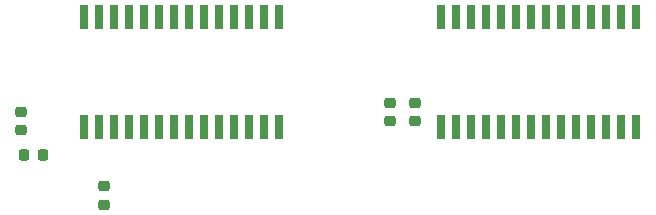
<source format=gtp>
%TF.GenerationSoftware,KiCad,Pcbnew,7.0.5*%
%TF.CreationDate,2023-07-26T15:52:39+03:00*%
%TF.ProjectId,ltp_kikad,6c74705f-6b69-46b6-9164-2e6b69636164,rev?*%
%TF.SameCoordinates,Original*%
%TF.FileFunction,Paste,Top*%
%TF.FilePolarity,Positive*%
%FSLAX46Y46*%
G04 Gerber Fmt 4.6, Leading zero omitted, Abs format (unit mm)*
G04 Created by KiCad (PCBNEW 7.0.5) date 2023-07-26 15:52:39*
%MOMM*%
%LPD*%
G01*
G04 APERTURE LIST*
G04 Aperture macros list*
%AMRoundRect*
0 Rectangle with rounded corners*
0 $1 Rounding radius*
0 $2 $3 $4 $5 $6 $7 $8 $9 X,Y pos of 4 corners*
0 Add a 4 corners polygon primitive as box body*
4,1,4,$2,$3,$4,$5,$6,$7,$8,$9,$2,$3,0*
0 Add four circle primitives for the rounded corners*
1,1,$1+$1,$2,$3*
1,1,$1+$1,$4,$5*
1,1,$1+$1,$6,$7*
1,1,$1+$1,$8,$9*
0 Add four rect primitives between the rounded corners*
20,1,$1+$1,$2,$3,$4,$5,0*
20,1,$1+$1,$4,$5,$6,$7,0*
20,1,$1+$1,$6,$7,$8,$9,0*
20,1,$1+$1,$8,$9,$2,$3,0*%
G04 Aperture macros list end*
%ADD10RoundRect,0.225000X-0.250000X0.225000X-0.250000X-0.225000X0.250000X-0.225000X0.250000X0.225000X0*%
%ADD11RoundRect,0.225000X0.225000X0.250000X-0.225000X0.250000X-0.225000X-0.250000X0.225000X-0.250000X0*%
%ADD12R,0.650000X2.100000*%
G04 APERTURE END LIST*
D10*
%TO.C,C7*%
X156037000Y-91615000D03*
X156037000Y-93165000D03*
%TD*%
D11*
%TO.C,C5*%
X124509900Y-96009600D03*
X122959900Y-96009600D03*
%TD*%
D12*
%TO.C,IC1*%
X127988900Y-93661600D03*
X129258900Y-93661600D03*
X130528900Y-93661600D03*
X131798900Y-93661600D03*
X133068900Y-93661600D03*
X134338900Y-93661600D03*
X135608900Y-93661600D03*
X136878900Y-93661600D03*
X138148900Y-93661600D03*
X139418900Y-93661600D03*
X140688900Y-93661600D03*
X141958900Y-93661600D03*
X143228900Y-93661600D03*
X144498900Y-93661600D03*
X144498900Y-84361600D03*
X143228900Y-84361600D03*
X141958900Y-84361600D03*
X140688900Y-84361600D03*
X139418900Y-84361600D03*
X138148900Y-84361600D03*
X136878900Y-84361600D03*
X135608900Y-84361600D03*
X134338900Y-84361600D03*
X133068900Y-84361600D03*
X131798900Y-84361600D03*
X130528900Y-84361600D03*
X129258900Y-84361600D03*
X127988900Y-84361600D03*
%TD*%
D10*
%TO.C,C2*%
X153913900Y-91586600D03*
X153913900Y-93136600D03*
%TD*%
%TO.C,C1*%
X122688900Y-92361600D03*
X122688900Y-93911600D03*
%TD*%
%TO.C,C6*%
X129703900Y-98663600D03*
X129703900Y-100213600D03*
%TD*%
D12*
%TO.C,IC2*%
X158258900Y-93661600D03*
X159528900Y-93661600D03*
X160798900Y-93661600D03*
X162068900Y-93661600D03*
X163338900Y-93661600D03*
X164608900Y-93661600D03*
X165878900Y-93661600D03*
X167148900Y-93661600D03*
X168418900Y-93661600D03*
X169688900Y-93661600D03*
X170958900Y-93661600D03*
X172228900Y-93661600D03*
X173498900Y-93661600D03*
X174768900Y-93661600D03*
X174768900Y-84361600D03*
X173498900Y-84361600D03*
X172228900Y-84361600D03*
X170958900Y-84361600D03*
X169688900Y-84361600D03*
X168418900Y-84361600D03*
X167148900Y-84361600D03*
X165878900Y-84361600D03*
X164608900Y-84361600D03*
X163338900Y-84361600D03*
X162068900Y-84361600D03*
X160798900Y-84361600D03*
X159528900Y-84361600D03*
X158258900Y-84361600D03*
%TD*%
M02*

</source>
